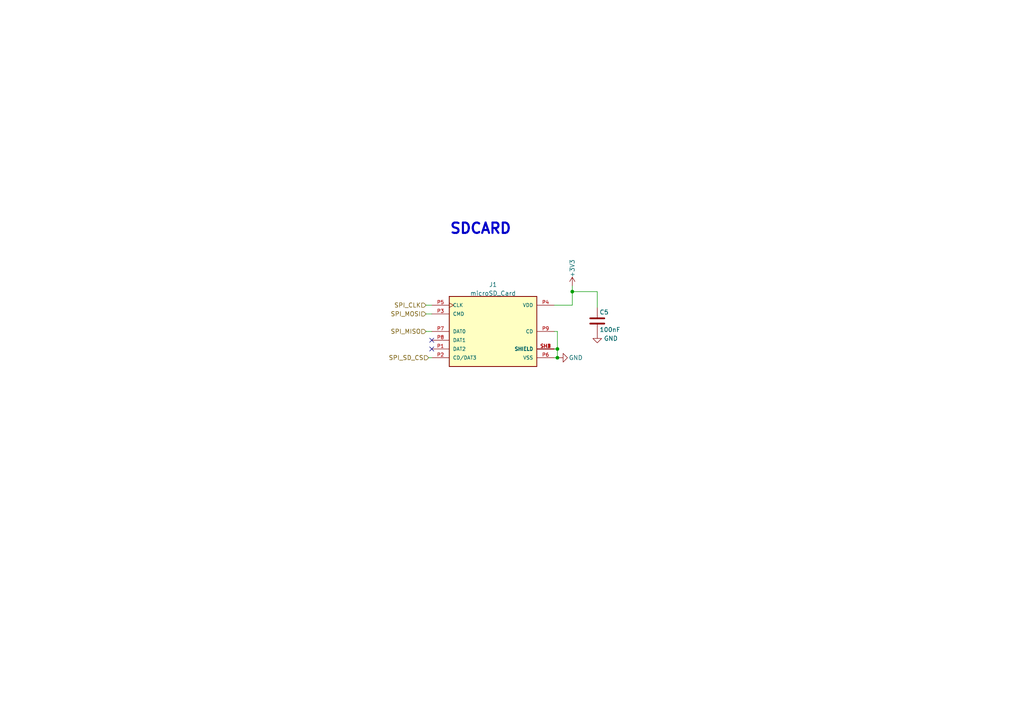
<source format=kicad_sch>
(kicad_sch (version 20230121) (generator eeschema)
  (paper "A4")
  (lib_symbols
    (symbol "Lib_Hien:microSD_Card" (pin_names (offset 1.016)) (in_bom no)
      (property "Reference" "J" (at -12.7 10.795 0))
      (property "Value" "microSD_Card" (at -12.7 -12.7 0))
      (symbol "microSD_Card_0_0"
        (rectangle (start -12.7 -10.16) (end 12.7 10.16) (stroke (width 0.254)) (fill (type background)))
        (pin bidirectional line (at -17.78 -5.08 0) (length 5.08) (name "DAT2") (number "P1"))
        (pin bidirectional line (at -17.78 -7.62 0) (length 5.08) (name "CD/DAT3") (number "P2"))
        (pin bidirectional line (at -17.78 5.08 0) (length 5.08) (name "CMD") (number "P3"))
        (pin power_in line (at 17.78 7.62 180) (length 5.08) (name "VDD") (number "P4"))
        (pin bidirectional clock (at -17.78 7.62 0) (length 5.08) (name "CLK") (number "P5"))
        (pin power_in line (at 17.78 -7.62 180) (length 5.08) (name "VSS") (number "P6"))
        (pin bidirectional line (at -17.78 0 0) (length 5.08) (name "DAT0") (number "P7"))
        (pin bidirectional line (at -17.78 -2.54 0) (length 5.08) (name "DAT1") (number "P8"))
        (pin passive line (at 17.78 0 180) (length 5.08) (name "CD") (number "P9"))
        (pin power_in line (at 17.78 -5.08 180) (length 5.08) (name "SHIELD") (number "SH1"))
        (pin power_in line (at 17.78 -5.08 180) (length 5.08) (name "SHIELD") (number "SH2"))
        (pin power_in line (at 17.78 -5.08 180) (length 5.08) (name "SHIELD") (number "SH3"))
        (pin power_in line (at 17.78 -5.08 180) (length 5.08) (name "SHIELD") (number "SH4"))
      )
    )
    (symbol "ph_lib:C0805" (pin_numbers hide) (pin_names (offset 0.254))
      (property "Reference" "C" (at 0.635 2.54 0))
      (property "Value" "C0805" (at 0.635 -2.54 0))
      (symbol "C0805_0_1"
        (polyline (pts (xy -2.032 -0.762) (xy 2.032 -0.762)) (stroke (width 0.508)))
        (polyline (pts (xy -2.032 0.762) (xy 2.032 0.762)) (stroke (width 0.508)))
      )
      (symbol "C0805_1_1"
        (pin passive line (at 0 3.81 270) (length 2.794) (name "~") (number "1"))
        (pin passive line (at 0 -3.81 90) (length 2.794) (name "~") (number "2"))
      )
    )
    (symbol "power:+3V3" (power) (pin_names (offset 0))
      (property "Value" "+3V3" (at 0 3.556 0))
      (symbol "+3V3_0_1"
        (polyline (pts (xy -0.762 1.27) (xy 0 2.54)))
        (polyline (pts (xy 0 0) (xy 0 2.54)))
        (polyline (pts (xy 0 2.54) (xy 0.762 1.27)))
      )
      (symbol "+3V3_1_1"
        (pin power_in line (at 0 0 90) (length 0) hide (name "+3V3") (number "1"))
      )
    )
    (symbol "power:GND" (power) (pin_names (offset 0))
      (property "Value" "GND" (at 0 -3.81 0))
      (symbol "GND_0_1"
        (polyline (pts (xy 0 0) (xy 0 -1.27) (xy 1.27 -1.27) (xy 0 -2.54) (xy -1.27 -1.27) (xy 0 -1.27)))
      )
      (symbol "GND_1_1"
        (pin power_in line (at 0 0 270) (length 0) hide (name "GND") (number "1"))
      )
    )
  )
  (junction (at 161.671 103.759))
  (junction (at 161.671 101.219))
  (junction (at 165.989 84.582))
  (no_connect (at 125.222 98.679))
  (no_connect (at 125.222 101.219))
  (wire (pts (xy 165.989 82.931) (xy 165.989 84.582)))
  (wire (pts (xy 161.671 101.219) (xy 161.671 103.759)))
  (wire (pts (xy 161.671 103.759) (xy 162.052 103.759)))
  (wire (pts (xy 160.782 101.219) (xy 161.671 101.219)))
  (wire (pts (xy 165.989 88.519) (xy 160.782 88.519)))
  (wire (pts (xy 124.333 103.759) (xy 125.222 103.759)))
  (wire (pts (xy 123.571 88.519) (xy 125.222 88.519)))
  (wire (pts (xy 160.782 103.759) (xy 161.671 103.759)))
  (wire (pts (xy 173.228 89.281) (xy 173.228 84.582)))
  (wire (pts (xy 123.571 96.139) (xy 125.222 96.139)))
  (wire (pts (xy 123.571 91.059) (xy 125.222 91.059)))
  (wire (pts (xy 161.671 96.139) (xy 161.671 101.219)))
  (wire (pts (xy 160.782 96.139) (xy 161.671 96.139)))
  (wire (pts (xy 173.228 84.582) (xy 165.989 84.582)))
  (wire (pts (xy 165.989 84.582) (xy 165.989 88.519)))
  (text "SDCARD" (at 130.302 68.199 0) (effects (font (size 3 3) (thickness 0.6) bold) (justify left bottom)))
  (hierarchical_label "SPI_MOSI" (shape input) (at 123.571 91.059 180))
  (hierarchical_label "SPI_CLK" (shape input) (at 123.571 88.519 180))
  (hierarchical_label "SPI_MISO" (shape input) (at 123.571 96.139 180))
  (hierarchical_label "SPI_SD_CS" (shape input) (at 124.333 103.759 180))
  (symbol (lib_id "power:GND") (at 173.228 96.901 0) (unit 1)
    (property "Reference" "#PWR011" (effects hide))
    (property "Value" "GND" (at 175.133 98.1709 0) (effects (justify left)))
  )
  (symbol (lib_id "power:+3V3") (at 165.989 82.931 0) (unit 1)
    (property "Reference" "#PWR095" (effects hide))
    (property "Value" "+3V3" (at 165.989 77.851 90))
    (instances (project "ph_portable_refrigerator_v2_hw" (path "" (reference "#PWR095") (unit 1)) (path "" (reference "#PWR048") (unit 1))))
  )
  (symbol (lib_id "ph_lib:C0805") (at 173.228 93.091 0) (unit 1)
    (property "Reference" "C5" (at 173.863 90.551 0) (effects (justify left)))
    (property "Value" "100nF" (at 173.863 95.631 0) (effects (justify left)))
    (property "Footprint" "Capacitor_SMD:C_0805_2012Metric" (effects hide))
    (property "Desc" "Capacitor SMD Ceramic 0805" (effects hide))
    (property "Link" "http://www.dientuachau.com/ceramic-0805" (effects hide))
  )
  (symbol (lib_id "power:GND") (at 162.052 103.759 90) (unit 1)
    (property "Reference" "#PWR096" (effects hide))
    (property "Value" "GND" (at 169.037 103.759 90) (effects (justify left)))
    (instances (project "ph_portable_refrigerator_v2_hw" (path "" (reference "#PWR096") (unit 1)) (path "" (reference "#PWR095") (unit 1))))
  )
  (symbol (lib_id "Lib_Hien:microSD_Card") (at 143.002 96.139 0) (unit 1) (in_bom no)
    (property "Reference" "J1" (at 143.002 82.55 0))
    (property "Value" "microSD_Card" (at 143.002 85.09 0))
    (property "Footprint" "Lib_Hien:microSD_Card" (effects hide))
    (property "PARTREV" "A" (effects hide))
    (property "STANDARD" "Manufacturer recommendations" (effects hide))
    (property "MANUFACTURER" "GCT" (effects hide))
  )
)
</source>
